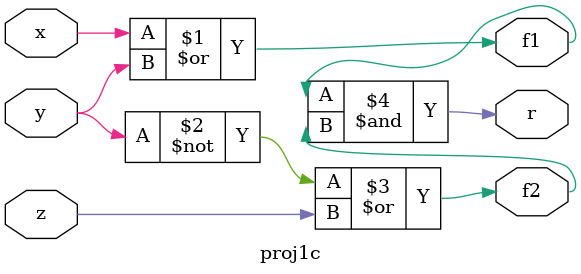
<source format=v>
module proj1c
(
input x,y,z,
output f1,f2,r
);
assign f1 = x|y; 
assign f2 = ~y|z;
assign r = f1&f2;
endmodule

</source>
